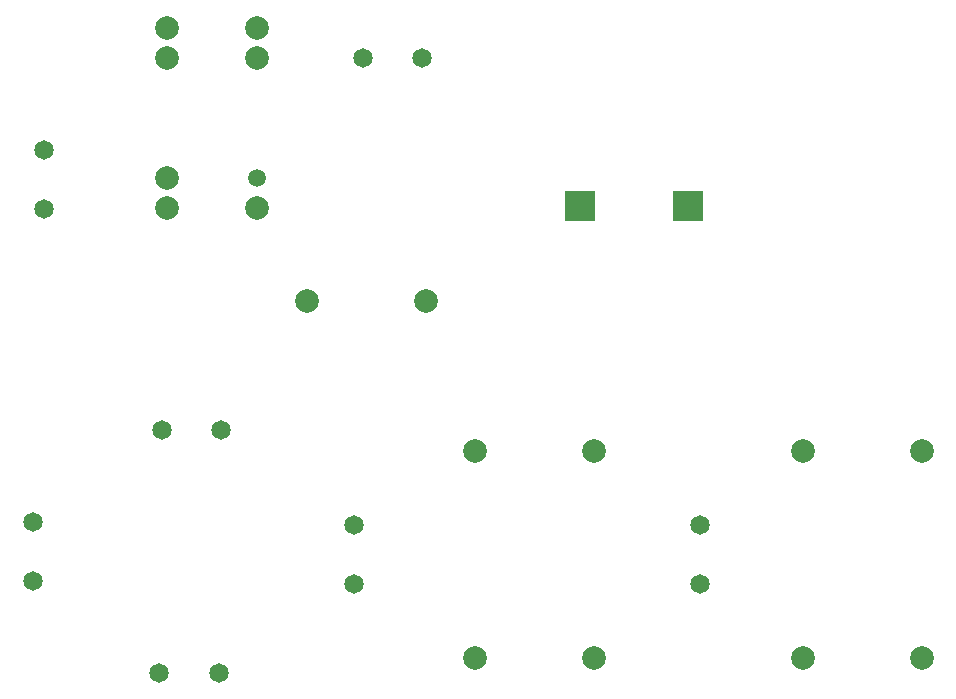
<source format=gbr>
%TF.GenerationSoftware,KiCad,Pcbnew,7.0.7*%
%TF.CreationDate,2024-05-24T17:12:04+02:00*%
%TF.ProjectId,PCB,5043422e-6b69-4636-9164-5f7063625858,rev?*%
%TF.SameCoordinates,Original*%
%TF.FileFunction,Soldermask,Top*%
%TF.FilePolarity,Negative*%
%FSLAX46Y46*%
G04 Gerber Fmt 4.6, Leading zero omitted, Abs format (unit mm)*
G04 Created by KiCad (PCBNEW 7.0.7) date 2024-05-24 17:12:04*
%MOMM*%
%LPD*%
G01*
G04 APERTURE LIST*
%ADD10C,1.650000*%
%ADD11C,2.000000*%
%ADD12R,2.500000X2.500000*%
%ADD13C,1.500000*%
G04 APERTURE END LIST*
D10*
%TO.C,J6*%
X118072000Y-63250000D03*
X113072000Y-63250000D03*
%TD*%
D11*
%TO.C,R2*%
X122564000Y-114000000D03*
X132597000Y-114000000D03*
%TD*%
D12*
%TO.C,SW1*%
X131428000Y-75750000D03*
X140572000Y-75750000D03*
%TD*%
D10*
%TO.C,J5*%
X141572000Y-102750000D03*
X141572000Y-107750000D03*
%TD*%
%TO.C,J7*%
X86072000Y-76000000D03*
X86072000Y-71000000D03*
%TD*%
D11*
%TO.C,R5*%
X108314000Y-83750000D03*
X118347000Y-83750000D03*
%TD*%
%TO.C,R4*%
X150314000Y-114000000D03*
X160347000Y-114000000D03*
%TD*%
D10*
%TO.C,J1*%
X85072000Y-107500000D03*
X85072000Y-102500000D03*
%TD*%
%TO.C,J3*%
X100822000Y-115250000D03*
X95822000Y-115250000D03*
%TD*%
D11*
%TO.C,R1*%
X122564000Y-96500000D03*
X132597000Y-96500000D03*
%TD*%
%TO.C,U3*%
X104072000Y-60710000D03*
X104072000Y-63250000D03*
D13*
X104072000Y-73410000D03*
D11*
X104072000Y-75950000D03*
X96452000Y-60710000D03*
X96452000Y-63250000D03*
X96452000Y-73410000D03*
X96452000Y-75950000D03*
%TD*%
%TO.C,R3*%
X150314000Y-96500000D03*
X160347000Y-96500000D03*
%TD*%
D10*
%TO.C,J4*%
X112322000Y-102750000D03*
X112322000Y-107750000D03*
%TD*%
%TO.C,J2*%
X101072000Y-94750000D03*
X96072000Y-94750000D03*
%TD*%
M02*

</source>
